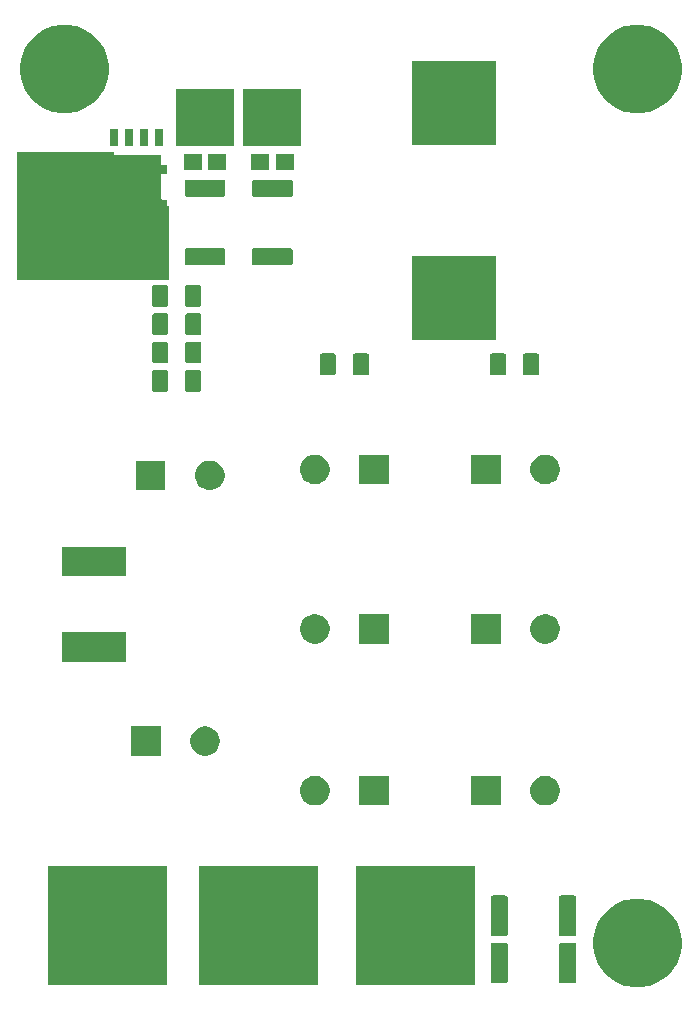
<source format=gbr>
G04 #@! TF.GenerationSoftware,KiCad,Pcbnew,(5.1.2)-2*
G04 #@! TF.CreationDate,2019-10-04T19:12:57-04:00*
G04 #@! TF.ProjectId,High_Current_Buck,48696768-5f43-4757-9272-656e745f4275,rev?*
G04 #@! TF.SameCoordinates,Original*
G04 #@! TF.FileFunction,Soldermask,Top*
G04 #@! TF.FilePolarity,Negative*
%FSLAX46Y46*%
G04 Gerber Fmt 4.6, Leading zero omitted, Abs format (unit mm)*
G04 Created by KiCad (PCBNEW (5.1.2)-2) date 2019-10-04 19:12:57*
%MOMM*%
%LPD*%
G04 APERTURE LIST*
%ADD10C,0.100000*%
G04 APERTURE END LIST*
D10*
G36*
X62100000Y-120500000D02*
G01*
X52100000Y-120500000D01*
X52100000Y-110500000D01*
X62100000Y-110500000D01*
X62100000Y-120500000D01*
G37*
X62100000Y-120500000D02*
X52100000Y-120500000D01*
X52100000Y-110500000D01*
X62100000Y-110500000D01*
X62100000Y-120500000D01*
G36*
X88200000Y-120500000D02*
G01*
X78200000Y-120500000D01*
X78200000Y-110500000D01*
X88200000Y-110500000D01*
X88200000Y-120500000D01*
G37*
X88200000Y-120500000D02*
X78200000Y-120500000D01*
X78200000Y-110500000D01*
X88200000Y-110500000D01*
X88200000Y-120500000D01*
G36*
X74900000Y-120500000D02*
G01*
X64900000Y-120500000D01*
X64900000Y-110500000D01*
X74900000Y-110500000D01*
X74900000Y-120500000D01*
G37*
X74900000Y-120500000D02*
X64900000Y-120500000D01*
X64900000Y-110500000D01*
X74900000Y-110500000D01*
X74900000Y-120500000D01*
G36*
X57600000Y-54600000D02*
G01*
X62300000Y-54600000D01*
X62300000Y-60800000D01*
X49500000Y-60800000D01*
X49500000Y-50000000D01*
X57600000Y-50000000D01*
X57600000Y-54600000D01*
G37*
X57600000Y-54600000D02*
X62300000Y-54600000D01*
X62300000Y-60800000D01*
X49500000Y-60800000D01*
X49500000Y-50000000D01*
X57600000Y-50000000D01*
X57600000Y-54600000D01*
G36*
X102852564Y-113345099D02*
G01*
X103094126Y-113393149D01*
X103776765Y-113675907D01*
X104391123Y-114086408D01*
X104913592Y-114608877D01*
X105324093Y-115223235D01*
X105606851Y-115905874D01*
X105606851Y-115905875D01*
X105699146Y-116369869D01*
X105751000Y-116630559D01*
X105751000Y-117369441D01*
X105606851Y-118094126D01*
X105324093Y-118776765D01*
X104913592Y-119391123D01*
X104391123Y-119913592D01*
X103776765Y-120324093D01*
X103094126Y-120606851D01*
X102852564Y-120654901D01*
X102369443Y-120751000D01*
X101630557Y-120751000D01*
X101147436Y-120654901D01*
X100905874Y-120606851D01*
X100223235Y-120324093D01*
X99608877Y-119913592D01*
X99086408Y-119391123D01*
X98675907Y-118776765D01*
X98393149Y-118094126D01*
X98249000Y-117369441D01*
X98249000Y-116630559D01*
X98300855Y-116369869D01*
X98393149Y-115905875D01*
X98393149Y-115905874D01*
X98675907Y-115223235D01*
X99086408Y-114608877D01*
X99608877Y-114086408D01*
X100223235Y-113675907D01*
X100905874Y-113393149D01*
X101147436Y-113345099D01*
X101630557Y-113249000D01*
X102369443Y-113249000D01*
X102852564Y-113345099D01*
X102852564Y-113345099D01*
G37*
G36*
X96672798Y-116978247D02*
G01*
X96708367Y-116989037D01*
X96741139Y-117006554D01*
X96769869Y-117030131D01*
X96793446Y-117058861D01*
X96810963Y-117091633D01*
X96821753Y-117127202D01*
X96826000Y-117170325D01*
X96826000Y-120229675D01*
X96821753Y-120272798D01*
X96810963Y-120308367D01*
X96793446Y-120341139D01*
X96769869Y-120369869D01*
X96741139Y-120393446D01*
X96708367Y-120410963D01*
X96672798Y-120421753D01*
X96629675Y-120426000D01*
X95570325Y-120426000D01*
X95527202Y-120421753D01*
X95491633Y-120410963D01*
X95458861Y-120393446D01*
X95430131Y-120369869D01*
X95406554Y-120341139D01*
X95389037Y-120308367D01*
X95378247Y-120272798D01*
X95374000Y-120229675D01*
X95374000Y-117170325D01*
X95378247Y-117127202D01*
X95389037Y-117091633D01*
X95406554Y-117058861D01*
X95430131Y-117030131D01*
X95458861Y-117006554D01*
X95491633Y-116989037D01*
X95527202Y-116978247D01*
X95570325Y-116974000D01*
X96629675Y-116974000D01*
X96672798Y-116978247D01*
X96672798Y-116978247D01*
G37*
G36*
X90872798Y-116978247D02*
G01*
X90908367Y-116989037D01*
X90941139Y-117006554D01*
X90969869Y-117030131D01*
X90993446Y-117058861D01*
X91010963Y-117091633D01*
X91021753Y-117127202D01*
X91026000Y-117170325D01*
X91026000Y-120229675D01*
X91021753Y-120272798D01*
X91010963Y-120308367D01*
X90993446Y-120341139D01*
X90969869Y-120369869D01*
X90941139Y-120393446D01*
X90908367Y-120410963D01*
X90872798Y-120421753D01*
X90829675Y-120426000D01*
X89770325Y-120426000D01*
X89727202Y-120421753D01*
X89691633Y-120410963D01*
X89658861Y-120393446D01*
X89630131Y-120369869D01*
X89606554Y-120341139D01*
X89589037Y-120308367D01*
X89578247Y-120272798D01*
X89574000Y-120229675D01*
X89574000Y-117170325D01*
X89578247Y-117127202D01*
X89589037Y-117091633D01*
X89606554Y-117058861D01*
X89630131Y-117030131D01*
X89658861Y-117006554D01*
X89691633Y-116989037D01*
X89727202Y-116978247D01*
X89770325Y-116974000D01*
X90829675Y-116974000D01*
X90872798Y-116978247D01*
X90872798Y-116978247D01*
G37*
G36*
X90872798Y-112978247D02*
G01*
X90908367Y-112989037D01*
X90941139Y-113006554D01*
X90969869Y-113030131D01*
X90993446Y-113058861D01*
X91010963Y-113091633D01*
X91021753Y-113127202D01*
X91026000Y-113170325D01*
X91026000Y-116229675D01*
X91021753Y-116272798D01*
X91010963Y-116308367D01*
X90993446Y-116341139D01*
X90969869Y-116369869D01*
X90941139Y-116393446D01*
X90908367Y-116410963D01*
X90872798Y-116421753D01*
X90829675Y-116426000D01*
X89770325Y-116426000D01*
X89727202Y-116421753D01*
X89691633Y-116410963D01*
X89658861Y-116393446D01*
X89630131Y-116369869D01*
X89606554Y-116341139D01*
X89589037Y-116308367D01*
X89578247Y-116272798D01*
X89574000Y-116229675D01*
X89574000Y-113170325D01*
X89578247Y-113127202D01*
X89589037Y-113091633D01*
X89606554Y-113058861D01*
X89630131Y-113030131D01*
X89658861Y-113006554D01*
X89691633Y-112989037D01*
X89727202Y-112978247D01*
X89770325Y-112974000D01*
X90829675Y-112974000D01*
X90872798Y-112978247D01*
X90872798Y-112978247D01*
G37*
G36*
X96672798Y-112978247D02*
G01*
X96708367Y-112989037D01*
X96741139Y-113006554D01*
X96769869Y-113030131D01*
X96793446Y-113058861D01*
X96810963Y-113091633D01*
X96821753Y-113127202D01*
X96826000Y-113170325D01*
X96826000Y-116229675D01*
X96821753Y-116272798D01*
X96810963Y-116308367D01*
X96793446Y-116341139D01*
X96769869Y-116369869D01*
X96741139Y-116393446D01*
X96708367Y-116410963D01*
X96672798Y-116421753D01*
X96629675Y-116426000D01*
X95570325Y-116426000D01*
X95527202Y-116421753D01*
X95491633Y-116410963D01*
X95458861Y-116393446D01*
X95430131Y-116369869D01*
X95406554Y-116341139D01*
X95389037Y-116308367D01*
X95378247Y-116272798D01*
X95374000Y-116229675D01*
X95374000Y-113170325D01*
X95378247Y-113127202D01*
X95389037Y-113091633D01*
X95406554Y-113058861D01*
X95430131Y-113030131D01*
X95458861Y-113006554D01*
X95491633Y-112989037D01*
X95527202Y-112978247D01*
X95570325Y-112974000D01*
X96629675Y-112974000D01*
X96672798Y-112978247D01*
X96672798Y-112978247D01*
G37*
G36*
X75064903Y-102897075D02*
G01*
X75292571Y-102991378D01*
X75497466Y-103128285D01*
X75671715Y-103302534D01*
X75808622Y-103507429D01*
X75902925Y-103735097D01*
X75951000Y-103976787D01*
X75951000Y-104223213D01*
X75902925Y-104464903D01*
X75808622Y-104692571D01*
X75671715Y-104897466D01*
X75497466Y-105071715D01*
X75292571Y-105208622D01*
X75292570Y-105208623D01*
X75292569Y-105208623D01*
X75064903Y-105302925D01*
X74823214Y-105351000D01*
X74576786Y-105351000D01*
X74335097Y-105302925D01*
X74107431Y-105208623D01*
X74107430Y-105208623D01*
X74107429Y-105208622D01*
X73902534Y-105071715D01*
X73728285Y-104897466D01*
X73591378Y-104692571D01*
X73497075Y-104464903D01*
X73449000Y-104223213D01*
X73449000Y-103976787D01*
X73497075Y-103735097D01*
X73591378Y-103507429D01*
X73728285Y-103302534D01*
X73902534Y-103128285D01*
X74107429Y-102991378D01*
X74335097Y-102897075D01*
X74576786Y-102849000D01*
X74823214Y-102849000D01*
X75064903Y-102897075D01*
X75064903Y-102897075D01*
G37*
G36*
X80951000Y-105351000D02*
G01*
X78449000Y-105351000D01*
X78449000Y-102849000D01*
X80951000Y-102849000D01*
X80951000Y-105351000D01*
X80951000Y-105351000D01*
G37*
G36*
X90451000Y-105351000D02*
G01*
X87949000Y-105351000D01*
X87949000Y-102849000D01*
X90451000Y-102849000D01*
X90451000Y-105351000D01*
X90451000Y-105351000D01*
G37*
G36*
X94564903Y-102897075D02*
G01*
X94792571Y-102991378D01*
X94997466Y-103128285D01*
X95171715Y-103302534D01*
X95308622Y-103507429D01*
X95402925Y-103735097D01*
X95451000Y-103976787D01*
X95451000Y-104223213D01*
X95402925Y-104464903D01*
X95308622Y-104692571D01*
X95171715Y-104897466D01*
X94997466Y-105071715D01*
X94792571Y-105208622D01*
X94792570Y-105208623D01*
X94792569Y-105208623D01*
X94564903Y-105302925D01*
X94323214Y-105351000D01*
X94076786Y-105351000D01*
X93835097Y-105302925D01*
X93607431Y-105208623D01*
X93607430Y-105208623D01*
X93607429Y-105208622D01*
X93402534Y-105071715D01*
X93228285Y-104897466D01*
X93091378Y-104692571D01*
X92997075Y-104464903D01*
X92949000Y-104223213D01*
X92949000Y-103976787D01*
X92997075Y-103735097D01*
X93091378Y-103507429D01*
X93228285Y-103302534D01*
X93402534Y-103128285D01*
X93607429Y-102991378D01*
X93835097Y-102897075D01*
X94076786Y-102849000D01*
X94323214Y-102849000D01*
X94564903Y-102897075D01*
X94564903Y-102897075D01*
G37*
G36*
X65764903Y-98697075D02*
G01*
X65992571Y-98791378D01*
X66197466Y-98928285D01*
X66371715Y-99102534D01*
X66508622Y-99307429D01*
X66602925Y-99535097D01*
X66651000Y-99776787D01*
X66651000Y-100023213D01*
X66602925Y-100264903D01*
X66508622Y-100492571D01*
X66371715Y-100697466D01*
X66197466Y-100871715D01*
X65992571Y-101008622D01*
X65992570Y-101008623D01*
X65992569Y-101008623D01*
X65764903Y-101102925D01*
X65523214Y-101151000D01*
X65276786Y-101151000D01*
X65035097Y-101102925D01*
X64807431Y-101008623D01*
X64807430Y-101008623D01*
X64807429Y-101008622D01*
X64602534Y-100871715D01*
X64428285Y-100697466D01*
X64291378Y-100492571D01*
X64197075Y-100264903D01*
X64149000Y-100023213D01*
X64149000Y-99776787D01*
X64197075Y-99535097D01*
X64291378Y-99307429D01*
X64428285Y-99102534D01*
X64602534Y-98928285D01*
X64807429Y-98791378D01*
X65035097Y-98697075D01*
X65276786Y-98649000D01*
X65523214Y-98649000D01*
X65764903Y-98697075D01*
X65764903Y-98697075D01*
G37*
G36*
X61651000Y-101151000D02*
G01*
X59149000Y-101151000D01*
X59149000Y-98649000D01*
X61651000Y-98649000D01*
X61651000Y-101151000D01*
X61651000Y-101151000D01*
G37*
G36*
X58718000Y-93197500D02*
G01*
X53282000Y-93197500D01*
X53282000Y-90682500D01*
X58718000Y-90682500D01*
X58718000Y-93197500D01*
X58718000Y-93197500D01*
G37*
G36*
X80951000Y-91651000D02*
G01*
X78449000Y-91651000D01*
X78449000Y-89149000D01*
X80951000Y-89149000D01*
X80951000Y-91651000D01*
X80951000Y-91651000D01*
G37*
G36*
X90451000Y-91651000D02*
G01*
X87949000Y-91651000D01*
X87949000Y-89149000D01*
X90451000Y-89149000D01*
X90451000Y-91651000D01*
X90451000Y-91651000D01*
G37*
G36*
X75064903Y-89197075D02*
G01*
X75292571Y-89291378D01*
X75497466Y-89428285D01*
X75671715Y-89602534D01*
X75808622Y-89807429D01*
X75902925Y-90035097D01*
X75951000Y-90276787D01*
X75951000Y-90523213D01*
X75902925Y-90764903D01*
X75808622Y-90992571D01*
X75671715Y-91197466D01*
X75497466Y-91371715D01*
X75292571Y-91508622D01*
X75292570Y-91508623D01*
X75292569Y-91508623D01*
X75064903Y-91602925D01*
X74823214Y-91651000D01*
X74576786Y-91651000D01*
X74335097Y-91602925D01*
X74107431Y-91508623D01*
X74107430Y-91508623D01*
X74107429Y-91508622D01*
X73902534Y-91371715D01*
X73728285Y-91197466D01*
X73591378Y-90992571D01*
X73497075Y-90764903D01*
X73449000Y-90523213D01*
X73449000Y-90276787D01*
X73497075Y-90035097D01*
X73591378Y-89807429D01*
X73728285Y-89602534D01*
X73902534Y-89428285D01*
X74107429Y-89291378D01*
X74335097Y-89197075D01*
X74576786Y-89149000D01*
X74823214Y-89149000D01*
X75064903Y-89197075D01*
X75064903Y-89197075D01*
G37*
G36*
X94564903Y-89197075D02*
G01*
X94792571Y-89291378D01*
X94997466Y-89428285D01*
X95171715Y-89602534D01*
X95308622Y-89807429D01*
X95402925Y-90035097D01*
X95451000Y-90276787D01*
X95451000Y-90523213D01*
X95402925Y-90764903D01*
X95308622Y-90992571D01*
X95171715Y-91197466D01*
X94997466Y-91371715D01*
X94792571Y-91508622D01*
X94792570Y-91508623D01*
X94792569Y-91508623D01*
X94564903Y-91602925D01*
X94323214Y-91651000D01*
X94076786Y-91651000D01*
X93835097Y-91602925D01*
X93607431Y-91508623D01*
X93607430Y-91508623D01*
X93607429Y-91508622D01*
X93402534Y-91371715D01*
X93228285Y-91197466D01*
X93091378Y-90992571D01*
X92997075Y-90764903D01*
X92949000Y-90523213D01*
X92949000Y-90276787D01*
X92997075Y-90035097D01*
X93091378Y-89807429D01*
X93228285Y-89602534D01*
X93402534Y-89428285D01*
X93607429Y-89291378D01*
X93835097Y-89197075D01*
X94076786Y-89149000D01*
X94323214Y-89149000D01*
X94564903Y-89197075D01*
X94564903Y-89197075D01*
G37*
G36*
X58718000Y-85957500D02*
G01*
X53282000Y-85957500D01*
X53282000Y-83442500D01*
X58718000Y-83442500D01*
X58718000Y-85957500D01*
X58718000Y-85957500D01*
G37*
G36*
X66164903Y-76197075D02*
G01*
X66392571Y-76291378D01*
X66597466Y-76428285D01*
X66771715Y-76602534D01*
X66908622Y-76807429D01*
X66908623Y-76807431D01*
X66998003Y-77023214D01*
X67002925Y-77035097D01*
X67051000Y-77276787D01*
X67051000Y-77523213D01*
X67002925Y-77764903D01*
X66908622Y-77992571D01*
X66771715Y-78197466D01*
X66597466Y-78371715D01*
X66392571Y-78508622D01*
X66392570Y-78508623D01*
X66392569Y-78508623D01*
X66164903Y-78602925D01*
X65923214Y-78651000D01*
X65676786Y-78651000D01*
X65435097Y-78602925D01*
X65207431Y-78508623D01*
X65207430Y-78508623D01*
X65207429Y-78508622D01*
X65002534Y-78371715D01*
X64828285Y-78197466D01*
X64691378Y-77992571D01*
X64597075Y-77764903D01*
X64549000Y-77523213D01*
X64549000Y-77276787D01*
X64597075Y-77035097D01*
X64601997Y-77023214D01*
X64691377Y-76807431D01*
X64691378Y-76807429D01*
X64828285Y-76602534D01*
X65002534Y-76428285D01*
X65207429Y-76291378D01*
X65435097Y-76197075D01*
X65676786Y-76149000D01*
X65923214Y-76149000D01*
X66164903Y-76197075D01*
X66164903Y-76197075D01*
G37*
G36*
X62051000Y-78651000D02*
G01*
X59549000Y-78651000D01*
X59549000Y-76149000D01*
X62051000Y-76149000D01*
X62051000Y-78651000D01*
X62051000Y-78651000D01*
G37*
G36*
X94564903Y-75697075D02*
G01*
X94792571Y-75791378D01*
X94997466Y-75928285D01*
X95171715Y-76102534D01*
X95297896Y-76291377D01*
X95308623Y-76307431D01*
X95402925Y-76535097D01*
X95451000Y-76776786D01*
X95451000Y-77023214D01*
X95402925Y-77264903D01*
X95398003Y-77276787D01*
X95308622Y-77492571D01*
X95171715Y-77697466D01*
X94997466Y-77871715D01*
X94792571Y-78008622D01*
X94792570Y-78008623D01*
X94792569Y-78008623D01*
X94564903Y-78102925D01*
X94323214Y-78151000D01*
X94076786Y-78151000D01*
X93835097Y-78102925D01*
X93607431Y-78008623D01*
X93607430Y-78008623D01*
X93607429Y-78008622D01*
X93402534Y-77871715D01*
X93228285Y-77697466D01*
X93091378Y-77492571D01*
X93001998Y-77276787D01*
X92997075Y-77264903D01*
X92949000Y-77023214D01*
X92949000Y-76776786D01*
X92997075Y-76535097D01*
X93091377Y-76307431D01*
X93102104Y-76291377D01*
X93228285Y-76102534D01*
X93402534Y-75928285D01*
X93607429Y-75791378D01*
X93835097Y-75697075D01*
X94076786Y-75649000D01*
X94323214Y-75649000D01*
X94564903Y-75697075D01*
X94564903Y-75697075D01*
G37*
G36*
X75064903Y-75697075D02*
G01*
X75292571Y-75791378D01*
X75497466Y-75928285D01*
X75671715Y-76102534D01*
X75797896Y-76291377D01*
X75808623Y-76307431D01*
X75902925Y-76535097D01*
X75951000Y-76776786D01*
X75951000Y-77023214D01*
X75902925Y-77264903D01*
X75898003Y-77276787D01*
X75808622Y-77492571D01*
X75671715Y-77697466D01*
X75497466Y-77871715D01*
X75292571Y-78008622D01*
X75292570Y-78008623D01*
X75292569Y-78008623D01*
X75064903Y-78102925D01*
X74823214Y-78151000D01*
X74576786Y-78151000D01*
X74335097Y-78102925D01*
X74107431Y-78008623D01*
X74107430Y-78008623D01*
X74107429Y-78008622D01*
X73902534Y-77871715D01*
X73728285Y-77697466D01*
X73591378Y-77492571D01*
X73501998Y-77276787D01*
X73497075Y-77264903D01*
X73449000Y-77023214D01*
X73449000Y-76776786D01*
X73497075Y-76535097D01*
X73591377Y-76307431D01*
X73602104Y-76291377D01*
X73728285Y-76102534D01*
X73902534Y-75928285D01*
X74107429Y-75791378D01*
X74335097Y-75697075D01*
X74576786Y-75649000D01*
X74823214Y-75649000D01*
X75064903Y-75697075D01*
X75064903Y-75697075D01*
G37*
G36*
X90451000Y-78151000D02*
G01*
X87949000Y-78151000D01*
X87949000Y-75649000D01*
X90451000Y-75649000D01*
X90451000Y-78151000D01*
X90451000Y-78151000D01*
G37*
G36*
X80951000Y-78151000D02*
G01*
X78449000Y-78151000D01*
X78449000Y-75649000D01*
X80951000Y-75649000D01*
X80951000Y-78151000D01*
X80951000Y-78151000D01*
G37*
G36*
X64918604Y-68478347D02*
G01*
X64955144Y-68489432D01*
X64988821Y-68507433D01*
X65018341Y-68531659D01*
X65042567Y-68561179D01*
X65060568Y-68594856D01*
X65071653Y-68631396D01*
X65076000Y-68675538D01*
X65076000Y-70124462D01*
X65071653Y-70168604D01*
X65060568Y-70205144D01*
X65042567Y-70238821D01*
X65018341Y-70268341D01*
X64988821Y-70292567D01*
X64955144Y-70310568D01*
X64918604Y-70321653D01*
X64874462Y-70326000D01*
X63925538Y-70326000D01*
X63881396Y-70321653D01*
X63844856Y-70310568D01*
X63811179Y-70292567D01*
X63781659Y-70268341D01*
X63757433Y-70238821D01*
X63739432Y-70205144D01*
X63728347Y-70168604D01*
X63724000Y-70124462D01*
X63724000Y-68675538D01*
X63728347Y-68631396D01*
X63739432Y-68594856D01*
X63757433Y-68561179D01*
X63781659Y-68531659D01*
X63811179Y-68507433D01*
X63844856Y-68489432D01*
X63881396Y-68478347D01*
X63925538Y-68474000D01*
X64874462Y-68474000D01*
X64918604Y-68478347D01*
X64918604Y-68478347D01*
G37*
G36*
X62118604Y-68478347D02*
G01*
X62155144Y-68489432D01*
X62188821Y-68507433D01*
X62218341Y-68531659D01*
X62242567Y-68561179D01*
X62260568Y-68594856D01*
X62271653Y-68631396D01*
X62276000Y-68675538D01*
X62276000Y-70124462D01*
X62271653Y-70168604D01*
X62260568Y-70205144D01*
X62242567Y-70238821D01*
X62218341Y-70268341D01*
X62188821Y-70292567D01*
X62155144Y-70310568D01*
X62118604Y-70321653D01*
X62074462Y-70326000D01*
X61125538Y-70326000D01*
X61081396Y-70321653D01*
X61044856Y-70310568D01*
X61011179Y-70292567D01*
X60981659Y-70268341D01*
X60957433Y-70238821D01*
X60939432Y-70205144D01*
X60928347Y-70168604D01*
X60924000Y-70124462D01*
X60924000Y-68675538D01*
X60928347Y-68631396D01*
X60939432Y-68594856D01*
X60957433Y-68561179D01*
X60981659Y-68531659D01*
X61011179Y-68507433D01*
X61044856Y-68489432D01*
X61081396Y-68478347D01*
X61125538Y-68474000D01*
X62074462Y-68474000D01*
X62118604Y-68478347D01*
X62118604Y-68478347D01*
G37*
G36*
X93518604Y-67078347D02*
G01*
X93555144Y-67089432D01*
X93588821Y-67107433D01*
X93618341Y-67131659D01*
X93642567Y-67161179D01*
X93660568Y-67194856D01*
X93671653Y-67231396D01*
X93676000Y-67275538D01*
X93676000Y-68724462D01*
X93671653Y-68768604D01*
X93660568Y-68805144D01*
X93642567Y-68838821D01*
X93618341Y-68868341D01*
X93588821Y-68892567D01*
X93555144Y-68910568D01*
X93518604Y-68921653D01*
X93474462Y-68926000D01*
X92525538Y-68926000D01*
X92481396Y-68921653D01*
X92444856Y-68910568D01*
X92411179Y-68892567D01*
X92381659Y-68868341D01*
X92357433Y-68838821D01*
X92339432Y-68805144D01*
X92328347Y-68768604D01*
X92324000Y-68724462D01*
X92324000Y-67275538D01*
X92328347Y-67231396D01*
X92339432Y-67194856D01*
X92357433Y-67161179D01*
X92381659Y-67131659D01*
X92411179Y-67107433D01*
X92444856Y-67089432D01*
X92481396Y-67078347D01*
X92525538Y-67074000D01*
X93474462Y-67074000D01*
X93518604Y-67078347D01*
X93518604Y-67078347D01*
G37*
G36*
X90718604Y-67078347D02*
G01*
X90755144Y-67089432D01*
X90788821Y-67107433D01*
X90818341Y-67131659D01*
X90842567Y-67161179D01*
X90860568Y-67194856D01*
X90871653Y-67231396D01*
X90876000Y-67275538D01*
X90876000Y-68724462D01*
X90871653Y-68768604D01*
X90860568Y-68805144D01*
X90842567Y-68838821D01*
X90818341Y-68868341D01*
X90788821Y-68892567D01*
X90755144Y-68910568D01*
X90718604Y-68921653D01*
X90674462Y-68926000D01*
X89725538Y-68926000D01*
X89681396Y-68921653D01*
X89644856Y-68910568D01*
X89611179Y-68892567D01*
X89581659Y-68868341D01*
X89557433Y-68838821D01*
X89539432Y-68805144D01*
X89528347Y-68768604D01*
X89524000Y-68724462D01*
X89524000Y-67275538D01*
X89528347Y-67231396D01*
X89539432Y-67194856D01*
X89557433Y-67161179D01*
X89581659Y-67131659D01*
X89611179Y-67107433D01*
X89644856Y-67089432D01*
X89681396Y-67078347D01*
X89725538Y-67074000D01*
X90674462Y-67074000D01*
X90718604Y-67078347D01*
X90718604Y-67078347D01*
G37*
G36*
X79118604Y-67078347D02*
G01*
X79155144Y-67089432D01*
X79188821Y-67107433D01*
X79218341Y-67131659D01*
X79242567Y-67161179D01*
X79260568Y-67194856D01*
X79271653Y-67231396D01*
X79276000Y-67275538D01*
X79276000Y-68724462D01*
X79271653Y-68768604D01*
X79260568Y-68805144D01*
X79242567Y-68838821D01*
X79218341Y-68868341D01*
X79188821Y-68892567D01*
X79155144Y-68910568D01*
X79118604Y-68921653D01*
X79074462Y-68926000D01*
X78125538Y-68926000D01*
X78081396Y-68921653D01*
X78044856Y-68910568D01*
X78011179Y-68892567D01*
X77981659Y-68868341D01*
X77957433Y-68838821D01*
X77939432Y-68805144D01*
X77928347Y-68768604D01*
X77924000Y-68724462D01*
X77924000Y-67275538D01*
X77928347Y-67231396D01*
X77939432Y-67194856D01*
X77957433Y-67161179D01*
X77981659Y-67131659D01*
X78011179Y-67107433D01*
X78044856Y-67089432D01*
X78081396Y-67078347D01*
X78125538Y-67074000D01*
X79074462Y-67074000D01*
X79118604Y-67078347D01*
X79118604Y-67078347D01*
G37*
G36*
X76318604Y-67078347D02*
G01*
X76355144Y-67089432D01*
X76388821Y-67107433D01*
X76418341Y-67131659D01*
X76442567Y-67161179D01*
X76460568Y-67194856D01*
X76471653Y-67231396D01*
X76476000Y-67275538D01*
X76476000Y-68724462D01*
X76471653Y-68768604D01*
X76460568Y-68805144D01*
X76442567Y-68838821D01*
X76418341Y-68868341D01*
X76388821Y-68892567D01*
X76355144Y-68910568D01*
X76318604Y-68921653D01*
X76274462Y-68926000D01*
X75325538Y-68926000D01*
X75281396Y-68921653D01*
X75244856Y-68910568D01*
X75211179Y-68892567D01*
X75181659Y-68868341D01*
X75157433Y-68838821D01*
X75139432Y-68805144D01*
X75128347Y-68768604D01*
X75124000Y-68724462D01*
X75124000Y-67275538D01*
X75128347Y-67231396D01*
X75139432Y-67194856D01*
X75157433Y-67161179D01*
X75181659Y-67131659D01*
X75211179Y-67107433D01*
X75244856Y-67089432D01*
X75281396Y-67078347D01*
X75325538Y-67074000D01*
X76274462Y-67074000D01*
X76318604Y-67078347D01*
X76318604Y-67078347D01*
G37*
G36*
X64918604Y-66078347D02*
G01*
X64955144Y-66089432D01*
X64988821Y-66107433D01*
X65018341Y-66131659D01*
X65042567Y-66161179D01*
X65060568Y-66194856D01*
X65071653Y-66231396D01*
X65076000Y-66275538D01*
X65076000Y-67724462D01*
X65071653Y-67768604D01*
X65060568Y-67805144D01*
X65042567Y-67838821D01*
X65018341Y-67868341D01*
X64988821Y-67892567D01*
X64955144Y-67910568D01*
X64918604Y-67921653D01*
X64874462Y-67926000D01*
X63925538Y-67926000D01*
X63881396Y-67921653D01*
X63844856Y-67910568D01*
X63811179Y-67892567D01*
X63781659Y-67868341D01*
X63757433Y-67838821D01*
X63739432Y-67805144D01*
X63728347Y-67768604D01*
X63724000Y-67724462D01*
X63724000Y-66275538D01*
X63728347Y-66231396D01*
X63739432Y-66194856D01*
X63757433Y-66161179D01*
X63781659Y-66131659D01*
X63811179Y-66107433D01*
X63844856Y-66089432D01*
X63881396Y-66078347D01*
X63925538Y-66074000D01*
X64874462Y-66074000D01*
X64918604Y-66078347D01*
X64918604Y-66078347D01*
G37*
G36*
X62118604Y-66078347D02*
G01*
X62155144Y-66089432D01*
X62188821Y-66107433D01*
X62218341Y-66131659D01*
X62242567Y-66161179D01*
X62260568Y-66194856D01*
X62271653Y-66231396D01*
X62276000Y-66275538D01*
X62276000Y-67724462D01*
X62271653Y-67768604D01*
X62260568Y-67805144D01*
X62242567Y-67838821D01*
X62218341Y-67868341D01*
X62188821Y-67892567D01*
X62155144Y-67910568D01*
X62118604Y-67921653D01*
X62074462Y-67926000D01*
X61125538Y-67926000D01*
X61081396Y-67921653D01*
X61044856Y-67910568D01*
X61011179Y-67892567D01*
X60981659Y-67868341D01*
X60957433Y-67838821D01*
X60939432Y-67805144D01*
X60928347Y-67768604D01*
X60924000Y-67724462D01*
X60924000Y-66275538D01*
X60928347Y-66231396D01*
X60939432Y-66194856D01*
X60957433Y-66161179D01*
X60981659Y-66131659D01*
X61011179Y-66107433D01*
X61044856Y-66089432D01*
X61081396Y-66078347D01*
X61125538Y-66074000D01*
X62074462Y-66074000D01*
X62118604Y-66078347D01*
X62118604Y-66078347D01*
G37*
G36*
X90051000Y-65951000D02*
G01*
X82949000Y-65951000D01*
X82949000Y-58849000D01*
X90051000Y-58849000D01*
X90051000Y-65951000D01*
X90051000Y-65951000D01*
G37*
G36*
X64918604Y-63678347D02*
G01*
X64955144Y-63689432D01*
X64988821Y-63707433D01*
X65018341Y-63731659D01*
X65042567Y-63761179D01*
X65060568Y-63794856D01*
X65071653Y-63831396D01*
X65076000Y-63875538D01*
X65076000Y-65324462D01*
X65071653Y-65368604D01*
X65060568Y-65405144D01*
X65042567Y-65438821D01*
X65018341Y-65468341D01*
X64988821Y-65492567D01*
X64955144Y-65510568D01*
X64918604Y-65521653D01*
X64874462Y-65526000D01*
X63925538Y-65526000D01*
X63881396Y-65521653D01*
X63844856Y-65510568D01*
X63811179Y-65492567D01*
X63781659Y-65468341D01*
X63757433Y-65438821D01*
X63739432Y-65405144D01*
X63728347Y-65368604D01*
X63724000Y-65324462D01*
X63724000Y-63875538D01*
X63728347Y-63831396D01*
X63739432Y-63794856D01*
X63757433Y-63761179D01*
X63781659Y-63731659D01*
X63811179Y-63707433D01*
X63844856Y-63689432D01*
X63881396Y-63678347D01*
X63925538Y-63674000D01*
X64874462Y-63674000D01*
X64918604Y-63678347D01*
X64918604Y-63678347D01*
G37*
G36*
X62118604Y-63678347D02*
G01*
X62155144Y-63689432D01*
X62188821Y-63707433D01*
X62218341Y-63731659D01*
X62242567Y-63761179D01*
X62260568Y-63794856D01*
X62271653Y-63831396D01*
X62276000Y-63875538D01*
X62276000Y-65324462D01*
X62271653Y-65368604D01*
X62260568Y-65405144D01*
X62242567Y-65438821D01*
X62218341Y-65468341D01*
X62188821Y-65492567D01*
X62155144Y-65510568D01*
X62118604Y-65521653D01*
X62074462Y-65526000D01*
X61125538Y-65526000D01*
X61081396Y-65521653D01*
X61044856Y-65510568D01*
X61011179Y-65492567D01*
X60981659Y-65468341D01*
X60957433Y-65438821D01*
X60939432Y-65405144D01*
X60928347Y-65368604D01*
X60924000Y-65324462D01*
X60924000Y-63875538D01*
X60928347Y-63831396D01*
X60939432Y-63794856D01*
X60957433Y-63761179D01*
X60981659Y-63731659D01*
X61011179Y-63707433D01*
X61044856Y-63689432D01*
X61081396Y-63678347D01*
X61125538Y-63674000D01*
X62074462Y-63674000D01*
X62118604Y-63678347D01*
X62118604Y-63678347D01*
G37*
G36*
X62118604Y-61278347D02*
G01*
X62155144Y-61289432D01*
X62188821Y-61307433D01*
X62218341Y-61331659D01*
X62242567Y-61361179D01*
X62260568Y-61394856D01*
X62271653Y-61431396D01*
X62276000Y-61475538D01*
X62276000Y-62924462D01*
X62271653Y-62968604D01*
X62260568Y-63005144D01*
X62242567Y-63038821D01*
X62218341Y-63068341D01*
X62188821Y-63092567D01*
X62155144Y-63110568D01*
X62118604Y-63121653D01*
X62074462Y-63126000D01*
X61125538Y-63126000D01*
X61081396Y-63121653D01*
X61044856Y-63110568D01*
X61011179Y-63092567D01*
X60981659Y-63068341D01*
X60957433Y-63038821D01*
X60939432Y-63005144D01*
X60928347Y-62968604D01*
X60924000Y-62924462D01*
X60924000Y-61475538D01*
X60928347Y-61431396D01*
X60939432Y-61394856D01*
X60957433Y-61361179D01*
X60981659Y-61331659D01*
X61011179Y-61307433D01*
X61044856Y-61289432D01*
X61081396Y-61278347D01*
X61125538Y-61274000D01*
X62074462Y-61274000D01*
X62118604Y-61278347D01*
X62118604Y-61278347D01*
G37*
G36*
X64918604Y-61278347D02*
G01*
X64955144Y-61289432D01*
X64988821Y-61307433D01*
X65018341Y-61331659D01*
X65042567Y-61361179D01*
X65060568Y-61394856D01*
X65071653Y-61431396D01*
X65076000Y-61475538D01*
X65076000Y-62924462D01*
X65071653Y-62968604D01*
X65060568Y-63005144D01*
X65042567Y-63038821D01*
X65018341Y-63068341D01*
X64988821Y-63092567D01*
X64955144Y-63110568D01*
X64918604Y-63121653D01*
X64874462Y-63126000D01*
X63925538Y-63126000D01*
X63881396Y-63121653D01*
X63844856Y-63110568D01*
X63811179Y-63092567D01*
X63781659Y-63068341D01*
X63757433Y-63038821D01*
X63739432Y-63005144D01*
X63728347Y-62968604D01*
X63724000Y-62924462D01*
X63724000Y-61475538D01*
X63728347Y-61431396D01*
X63739432Y-61394856D01*
X63757433Y-61361179D01*
X63781659Y-61331659D01*
X63811179Y-61307433D01*
X63844856Y-61289432D01*
X63881396Y-61278347D01*
X63925538Y-61274000D01*
X64874462Y-61274000D01*
X64918604Y-61278347D01*
X64918604Y-61278347D01*
G37*
G36*
X72672798Y-58178247D02*
G01*
X72708367Y-58189037D01*
X72741139Y-58206554D01*
X72769869Y-58230131D01*
X72793446Y-58258861D01*
X72810963Y-58291633D01*
X72821753Y-58327202D01*
X72826000Y-58370325D01*
X72826000Y-59429675D01*
X72821753Y-59472798D01*
X72810963Y-59508367D01*
X72793446Y-59541139D01*
X72769869Y-59569869D01*
X72741139Y-59593446D01*
X72708367Y-59610963D01*
X72672798Y-59621753D01*
X72629675Y-59626000D01*
X69570325Y-59626000D01*
X69527202Y-59621753D01*
X69491633Y-59610963D01*
X69458861Y-59593446D01*
X69430131Y-59569869D01*
X69406554Y-59541139D01*
X69389037Y-59508367D01*
X69378247Y-59472798D01*
X69374000Y-59429675D01*
X69374000Y-58370325D01*
X69378247Y-58327202D01*
X69389037Y-58291633D01*
X69406554Y-58258861D01*
X69430131Y-58230131D01*
X69458861Y-58206554D01*
X69491633Y-58189037D01*
X69527202Y-58178247D01*
X69570325Y-58174000D01*
X72629675Y-58174000D01*
X72672798Y-58178247D01*
X72672798Y-58178247D01*
G37*
G36*
X66972798Y-58178247D02*
G01*
X67008367Y-58189037D01*
X67041139Y-58206554D01*
X67069869Y-58230131D01*
X67093446Y-58258861D01*
X67110963Y-58291633D01*
X67121753Y-58327202D01*
X67126000Y-58370325D01*
X67126000Y-59429675D01*
X67121753Y-59472798D01*
X67110963Y-59508367D01*
X67093446Y-59541139D01*
X67069869Y-59569869D01*
X67041139Y-59593446D01*
X67008367Y-59610963D01*
X66972798Y-59621753D01*
X66929675Y-59626000D01*
X63870325Y-59626000D01*
X63827202Y-59621753D01*
X63791633Y-59610963D01*
X63758861Y-59593446D01*
X63730131Y-59569869D01*
X63706554Y-59541139D01*
X63689037Y-59508367D01*
X63678247Y-59472798D01*
X63674000Y-59429675D01*
X63674000Y-58370325D01*
X63678247Y-58327202D01*
X63689037Y-58291633D01*
X63706554Y-58258861D01*
X63730131Y-58230131D01*
X63758861Y-58206554D01*
X63791633Y-58189037D01*
X63827202Y-58178247D01*
X63870325Y-58174000D01*
X66929675Y-58174000D01*
X66972798Y-58178247D01*
X66972798Y-58178247D01*
G37*
G36*
X61656000Y-51034001D02*
G01*
X61658402Y-51058387D01*
X61665515Y-51081836D01*
X61677066Y-51103447D01*
X61692611Y-51122389D01*
X61711553Y-51137934D01*
X61733164Y-51149485D01*
X61756613Y-51156598D01*
X61780999Y-51159000D01*
X62206000Y-51159000D01*
X62206000Y-51871000D01*
X61780999Y-51871000D01*
X61756613Y-51873402D01*
X61733164Y-51880515D01*
X61711553Y-51892066D01*
X61692611Y-51907611D01*
X61677066Y-51926553D01*
X61665515Y-51948164D01*
X61658402Y-51971613D01*
X61656000Y-51995999D01*
X61656000Y-53934001D01*
X61658402Y-53958387D01*
X61665515Y-53981836D01*
X61677066Y-54003447D01*
X61692611Y-54022389D01*
X61711553Y-54037934D01*
X61733164Y-54049485D01*
X61756613Y-54056598D01*
X61780999Y-54059000D01*
X62156000Y-54059000D01*
X62156000Y-54671000D01*
X57054000Y-54671000D01*
X57054000Y-54059000D01*
X57429001Y-54059000D01*
X57453387Y-54056598D01*
X57476836Y-54049485D01*
X57498447Y-54037934D01*
X57517389Y-54022389D01*
X57532934Y-54003447D01*
X57544485Y-53981836D01*
X57551598Y-53958387D01*
X57554000Y-53934001D01*
X57554000Y-52095999D01*
X57551598Y-52071613D01*
X57544485Y-52048164D01*
X57532934Y-52026553D01*
X57517389Y-52007611D01*
X57498447Y-51992066D01*
X57476836Y-51980515D01*
X57453387Y-51973402D01*
X57429001Y-51971000D01*
X57004000Y-51971000D01*
X57004000Y-51259000D01*
X57429001Y-51259000D01*
X57453387Y-51256598D01*
X57476836Y-51249485D01*
X57498447Y-51237934D01*
X57517389Y-51222389D01*
X57532934Y-51203447D01*
X57544485Y-51181836D01*
X57551598Y-51158387D01*
X57554000Y-51134001D01*
X57554000Y-50249000D01*
X61656000Y-50249000D01*
X61656000Y-51034001D01*
X61656000Y-51034001D01*
G37*
G36*
X66972798Y-52378247D02*
G01*
X67008367Y-52389037D01*
X67041139Y-52406554D01*
X67069869Y-52430131D01*
X67093446Y-52458861D01*
X67110963Y-52491633D01*
X67121753Y-52527202D01*
X67126000Y-52570325D01*
X67126000Y-53629675D01*
X67121753Y-53672798D01*
X67110963Y-53708367D01*
X67093446Y-53741139D01*
X67069869Y-53769869D01*
X67041139Y-53793446D01*
X67008367Y-53810963D01*
X66972798Y-53821753D01*
X66929675Y-53826000D01*
X63870325Y-53826000D01*
X63827202Y-53821753D01*
X63791633Y-53810963D01*
X63758861Y-53793446D01*
X63730131Y-53769869D01*
X63706554Y-53741139D01*
X63689037Y-53708367D01*
X63678247Y-53672798D01*
X63674000Y-53629675D01*
X63674000Y-52570325D01*
X63678247Y-52527202D01*
X63689037Y-52491633D01*
X63706554Y-52458861D01*
X63730131Y-52430131D01*
X63758861Y-52406554D01*
X63791633Y-52389037D01*
X63827202Y-52378247D01*
X63870325Y-52374000D01*
X66929675Y-52374000D01*
X66972798Y-52378247D01*
X66972798Y-52378247D01*
G37*
G36*
X72672798Y-52378247D02*
G01*
X72708367Y-52389037D01*
X72741139Y-52406554D01*
X72769869Y-52430131D01*
X72793446Y-52458861D01*
X72810963Y-52491633D01*
X72821753Y-52527202D01*
X72826000Y-52570325D01*
X72826000Y-53629675D01*
X72821753Y-53672798D01*
X72810963Y-53708367D01*
X72793446Y-53741139D01*
X72769869Y-53769869D01*
X72741139Y-53793446D01*
X72708367Y-53810963D01*
X72672798Y-53821753D01*
X72629675Y-53826000D01*
X69570325Y-53826000D01*
X69527202Y-53821753D01*
X69491633Y-53810963D01*
X69458861Y-53793446D01*
X69430131Y-53769869D01*
X69406554Y-53741139D01*
X69389037Y-53708367D01*
X69378247Y-53672798D01*
X69374000Y-53629675D01*
X69374000Y-52570325D01*
X69378247Y-52527202D01*
X69389037Y-52491633D01*
X69406554Y-52458861D01*
X69430131Y-52430131D01*
X69458861Y-52406554D01*
X69491633Y-52389037D01*
X69527202Y-52378247D01*
X69570325Y-52374000D01*
X72629675Y-52374000D01*
X72672798Y-52378247D01*
X72672798Y-52378247D01*
G37*
G36*
X65111000Y-51591000D02*
G01*
X63609000Y-51591000D01*
X63609000Y-50219000D01*
X65111000Y-50219000D01*
X65111000Y-51591000D01*
X65111000Y-51591000D01*
G37*
G36*
X70811000Y-51591000D02*
G01*
X69309000Y-51591000D01*
X69309000Y-50219000D01*
X70811000Y-50219000D01*
X70811000Y-51591000D01*
X70811000Y-51591000D01*
G37*
G36*
X67191000Y-51591000D02*
G01*
X65689000Y-51591000D01*
X65689000Y-50219000D01*
X67191000Y-50219000D01*
X67191000Y-51591000D01*
X67191000Y-51591000D01*
G37*
G36*
X72891000Y-51591000D02*
G01*
X71389000Y-51591000D01*
X71389000Y-50219000D01*
X72891000Y-50219000D01*
X72891000Y-51591000D01*
X72891000Y-51591000D01*
G37*
G36*
X73551000Y-49511000D02*
G01*
X68649000Y-49511000D01*
X68649000Y-44689000D01*
X73551000Y-44689000D01*
X73551000Y-49511000D01*
X73551000Y-49511000D01*
G37*
G36*
X67851000Y-49511000D02*
G01*
X62949000Y-49511000D01*
X62949000Y-44689000D01*
X67851000Y-44689000D01*
X67851000Y-49511000D01*
X67851000Y-49511000D01*
G37*
G36*
X61866000Y-49486000D02*
G01*
X61154000Y-49486000D01*
X61154000Y-48114000D01*
X61866000Y-48114000D01*
X61866000Y-49486000D01*
X61866000Y-49486000D01*
G37*
G36*
X60596000Y-49486000D02*
G01*
X59884000Y-49486000D01*
X59884000Y-48114000D01*
X60596000Y-48114000D01*
X60596000Y-49486000D01*
X60596000Y-49486000D01*
G37*
G36*
X59326000Y-49486000D02*
G01*
X58614000Y-49486000D01*
X58614000Y-48114000D01*
X59326000Y-48114000D01*
X59326000Y-49486000D01*
X59326000Y-49486000D01*
G37*
G36*
X58056000Y-49486000D02*
G01*
X57344000Y-49486000D01*
X57344000Y-48114000D01*
X58056000Y-48114000D01*
X58056000Y-49486000D01*
X58056000Y-49486000D01*
G37*
G36*
X90051000Y-49451000D02*
G01*
X82949000Y-49451000D01*
X82949000Y-42349000D01*
X90051000Y-42349000D01*
X90051000Y-49451000D01*
X90051000Y-49451000D01*
G37*
G36*
X54352564Y-39345099D02*
G01*
X54594126Y-39393149D01*
X55276765Y-39675907D01*
X55891123Y-40086408D01*
X56413592Y-40608877D01*
X56824093Y-41223235D01*
X57106851Y-41905874D01*
X57106851Y-41905875D01*
X57194995Y-42349000D01*
X57251000Y-42630559D01*
X57251000Y-43369441D01*
X57106851Y-44094126D01*
X56824093Y-44776765D01*
X56413592Y-45391123D01*
X55891123Y-45913592D01*
X55276765Y-46324093D01*
X54594126Y-46606851D01*
X54352564Y-46654901D01*
X53869443Y-46751000D01*
X53130557Y-46751000D01*
X52647436Y-46654901D01*
X52405874Y-46606851D01*
X51723235Y-46324093D01*
X51108877Y-45913592D01*
X50586408Y-45391123D01*
X50175907Y-44776765D01*
X49893149Y-44094126D01*
X49749000Y-43369441D01*
X49749000Y-42630559D01*
X49805006Y-42349000D01*
X49893149Y-41905875D01*
X49893149Y-41905874D01*
X50175907Y-41223235D01*
X50586408Y-40608877D01*
X51108877Y-40086408D01*
X51723235Y-39675907D01*
X52405874Y-39393149D01*
X52647436Y-39345099D01*
X53130557Y-39249000D01*
X53869443Y-39249000D01*
X54352564Y-39345099D01*
X54352564Y-39345099D01*
G37*
G36*
X102852564Y-39345099D02*
G01*
X103094126Y-39393149D01*
X103776765Y-39675907D01*
X104391123Y-40086408D01*
X104913592Y-40608877D01*
X105324093Y-41223235D01*
X105606851Y-41905874D01*
X105606851Y-41905875D01*
X105694995Y-42349000D01*
X105751000Y-42630559D01*
X105751000Y-43369441D01*
X105606851Y-44094126D01*
X105324093Y-44776765D01*
X104913592Y-45391123D01*
X104391123Y-45913592D01*
X103776765Y-46324093D01*
X103094126Y-46606851D01*
X102852564Y-46654901D01*
X102369443Y-46751000D01*
X101630557Y-46751000D01*
X101147436Y-46654901D01*
X100905874Y-46606851D01*
X100223235Y-46324093D01*
X99608877Y-45913592D01*
X99086408Y-45391123D01*
X98675907Y-44776765D01*
X98393149Y-44094126D01*
X98249000Y-43369441D01*
X98249000Y-42630559D01*
X98305006Y-42349000D01*
X98393149Y-41905875D01*
X98393149Y-41905874D01*
X98675907Y-41223235D01*
X99086408Y-40608877D01*
X99608877Y-40086408D01*
X100223235Y-39675907D01*
X100905874Y-39393149D01*
X101147436Y-39345099D01*
X101630557Y-39249000D01*
X102369443Y-39249000D01*
X102852564Y-39345099D01*
X102852564Y-39345099D01*
G37*
M02*

</source>
